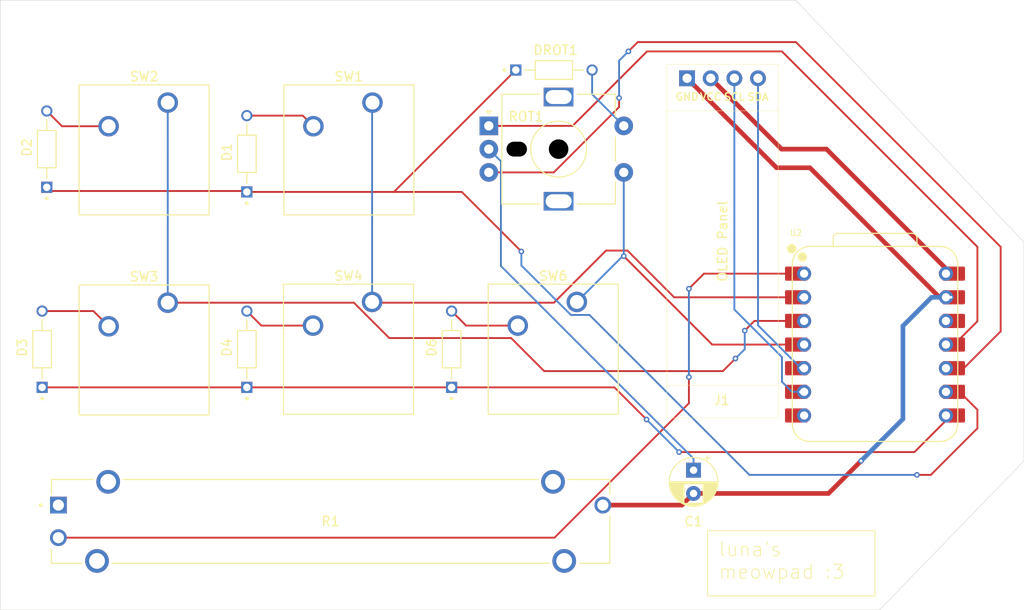
<source format=kicad_pcb>
(kicad_pcb (version 20240108) (generator "pcbnew") (generator_version "8.0")
  (layers (0 "F.Cu" signal) (31 "B.Cu" signal) (34 "B.Paste" user) (35 "F.Paste" user) (36 "B.SilkS" user "B.Silkscreen") (37 "F.SilkS" user "F.Silkscreen") (38 "B.Mask" user) (39 "F.Mask" user) (44 "Edge.Cuts" user))
  (net 0 "")
  (net 1 "GND")
  (net 2 "Net-(C1-Pad1)")
  (net 3 "ROW1")
  (net 4 "Net-(D1-PadA)")
  (net 5 "ROTARYS2")
  (net 6 "ROW2")
  (net 7 "Net-(D3-PadA)")
  (net 8 "Net-(D4-PadA)")
  (net 9 "Net-(D6-PadA)")
  (net 10 "SCL")
  (net 11 "SDA")
  (net 12 "VCC")
  (net 13 "Net-(D2-PadA)")
  (net 14 "COL1")
  (net 15 "COL2")
  (net 16 "ROTARYA")
  (net 17 "COL3")
  (net 18 "ROTARYB")
  (net 19 "SLIDER")
  (net 21 "+3.3V")
  (footprint "1N4148-T:DIOAD820W60L400D200" (layer "F.Cu") (at 162 71)
    (property "Reference" "DROT1" (at 0.175 -2.135 0) (layer "F.SilkS"))
    (property "Value" "1N4148-T")
    (fp_line (start -2 -1) (end 2 -1) (stroke (width 0.127)) (layer "F.SilkS"))
    (fp_line (start -2 0) (end -3.18 0) (stroke (width 0.127)) (layer "F.SilkS"))
    (fp_line (start -2 0) (end -2 -1) (stroke (width 0.127)) (layer "F.SilkS"))
    (fp_line (start -2 1) (end -2 0) (stroke (width 0.127)) (layer "F.SilkS"))
    (fp_line (start 2 -1) (end 2 0) (stroke (width 0.127)) (layer "F.SilkS"))
    (fp_line (start 2 0) (end 2 1) (stroke (width 0.127)) (layer "F.SilkS"))
    (fp_line (start 2 0) (end 3.18 0) (stroke (width 0.127)) (layer "F.SilkS"))
    (fp_line (start 2 1) (end -2 1) (stroke (width 0.127)) (layer "F.SilkS"))
    (fp_circle (center -5.3 0) (end -5.2 0) (stroke (width 0.2)) (fill none) (layer "F.SilkS"))
    (pad "A" thru_hole circle (at 4.1 0) (size 1.2 1.2) (drill 0.8) (layers "*.Cu" "*.Mask") (net 5 "ROTARYS2"))
    (pad "C" thru_hole rect (at -4.1 0) (size 1.2 1.2) (drill 0.8) (layers "*.Cu" "*.Mask") (net 3 "ROW1"))
  )
  (footprint "Button_Switch_Keyboard:SW_Cherry_MX_1.00u_PCB" (layer "F.Cu") (at 142.46 95.92)
    (property "Reference" "SW4" (at -2.54 -2.794 0) (layer "F.SilkS"))
    (property "Value" "SW_Push_45deg")
    (fp_line (start -9.525 -1.905) (end 4.445 -1.905) (stroke (width 0.12)) (layer "F.SilkS"))
    (fp_line (start -9.525 12.065) (end -9.525 -1.905) (stroke (width 0.12)) (layer "F.SilkS"))
    (fp_line (start 4.445 -1.905) (end 4.445 12.065) (stroke (width 0.12)) (layer "F.SilkS"))
    (fp_line (start 4.445 12.065) (end -9.525 12.065) (stroke (width 0.12)) (layer "F.SilkS"))
    (pad "" np_thru_hole circle (at -7.62 5.08) (size 1.7 1.7) (drill 1.7) (layers "*.Cu" "*.Mask"))
    (pad "" np_thru_hole circle (at -2.54 5.08) (size 4 4) (drill 4) (layers "*.Cu" "*.Mask"))
    (pad "" np_thru_hole circle (at 2.54 5.08) (size 1.7 1.7) (drill 1.7) (layers "*.Cu" "*.Mask"))
    (pad "1" thru_hole circle (at 0 0) (size 2.2 2.2) (drill 1.5) (layers "*.Cu" "*.Mask") (net 14 "COL1"))
    (pad "2" thru_hole circle (at -6.35 2.54) (size 2.2 2.2) (drill 1.5) (layers "*.Cu" "*.Mask") (net 8 "Net-(D4-PadA)"))
  )
  (footprint "Capacitor_THT:CP_Radial_D5.0mm_P2.50mm" (layer "F.Cu") (at 177 114 -90)
    (property "Reference" "C1" (at 5.5 0 180) (layer "F.SilkS"))
    (property "Value" "C_Small")
    (fp_line (start 1.49 1.04) (end 1.49 2.569) (stroke (width 0.12)) (layer "F.SilkS"))
    (fp_line (start 1.53 1.04) (end 1.53 2.565) (stroke (width 0.12)) (layer "F.SilkS"))
    (fp_line (start 1.57 1.04) (end 1.57 2.561) (stroke (width 0.12)) (layer "F.SilkS"))
    (fp_line (start 1.61 1.04) (end 1.61 2.556) (stroke (width 0.12)) (layer "F.SilkS"))
    (fp_line (start 1.65 1.04) (end 1.65 2.55) (stroke (width 0.12)) (layer "F.SilkS"))
    (fp_line (start 1.69 1.04) (end 1.69 2.543) (stroke (width 0.12)) (layer "F.SilkS"))
    (fp_line (start 1.73 1.04) (end 1.73 2.536) (stroke (width 0.12)) (layer "F.SilkS"))
    (fp_line (start 1.77 1.04) (end 1.77 2.528) (stroke (width 0.12)) (layer "F.SilkS"))
    (fp_line (start 1.81 1.04) (end 1.81 2.52) (stroke (width 0.12)) (layer "F.SilkS"))
    (fp_line (start 1.85 1.04) (end 1.85 2.511) (stroke (width 0.12)) (layer "F.SilkS"))
    (fp_line (start 1.89 1.04) (end 1.89 2.501) (stroke (width 0.12)) (layer "F.SilkS"))
    (fp_line (start 1.93 1.04) (end 1.93 2.491) (stroke (width 0.12)) (layer "F.SilkS"))
    (fp_line (start 1.971 1.04) (end 1.971 2.48) (stroke (width 0.12)) (layer "F.SilkS"))
    (fp_line (start 2.011 1.04) (end 2.011 2.468) (stroke (width 0.12)) (layer "F.SilkS"))
    (fp_line (start 2.051 1.04) (end 2.051 2.455) (stroke (width 0.12)) (layer "F.SilkS"))
    (fp_line (start 2.091 1.04) (end 2.091 2.442) (stroke (width 0.12)) (layer "F.SilkS"))
    (fp_line (start 2.131 1.04) (end 2.131 2.428) (stroke (width 0.12)) (layer "F.SilkS"))
    (fp_line (start 2.171 1.04) (end 2.171 2.414) (stroke (width 0.12)) (layer "F.SilkS"))
    (fp_line (start 2.211 1.04) (end 2.211 2.398) (stroke (width 0.12)) (layer "F.SilkS"))
    (fp_line (start 2.251 1.04) (end 2.251 2.382) (stroke (width 0.12)) (layer "F.SilkS"))
    (fp_line (start 2.291 1.04) (end 2.291 2.365) (stroke (width 0.12)) (layer "F.SilkS"))
    (fp_line (start 2.331 1.04) (end 2.331 2.348) (stroke (width 0.12)) (layer "F.SilkS"))
    (fp_line (start 2.371 1.04) (end 2.371 2.329) (stroke (width 0.12)) (layer "F.SilkS"))
    (fp_line (start 2.411 1.04) (end 2.411 2.31) (stroke (width 0.12)) (layer "F.SilkS"))
    (fp_line (start 2.451 1.04) (end 2.451 2.29) (stroke (width 0.12)) (layer "F.SilkS"))
    (fp_line (start 2.491 1.04) (end 2.491 2.268) (stroke (width 0.12)) (layer "F.SilkS"))
    (fp_line (start 2.531 1.04) (end 2.531 2.247) (stroke (width 0.12)) (layer "F.SilkS"))
    (fp_line (start 2.571 1.04) (end 2.571 2.224) (stroke (width 0.12)) (layer "F.SilkS"))
    (fp_line (start 2.611 1.04) (end 2.611 2.2) (stroke (width 0.12)) (layer "F.SilkS"))
    (fp_line (start 2.651 1.04) (end 2.651 2.175) (stroke (width 0.12)) (layer "F.SilkS"))
    (fp_line (start 2.691 1.04) (end 2.691 2.149) (stroke (width 0.12)) (layer "F.SilkS"))
    (fp_line (start 2.731 1.04) (end 2.731 2.122) (stroke (width 0.12)) (layer "F.SilkS"))
    (fp_line (start 2.771 1.04) (end 2.771 2.095) (stroke (width 0.12)) (layer "F.SilkS"))
    (fp_line (start 2.811 1.04) (end 2.811 2.065) (stroke (width 0.12)) (layer "F.SilkS"))
    (fp_line (start 2.851 1.04) (end 2.851 2.035) (stroke (width 0.12)) (layer "F.SilkS"))
    (fp_line (start 2.891 1.04) (end 2.891 2.004) (stroke (width 0.12)) (layer "F.SilkS"))
    (fp_line (start 2.931 1.04) (end 2.931 1.971) (stroke (width 0.12)) (layer "F.SilkS"))
    (fp_line (start 2.971 1.04) (end 2.971 1.937) (stroke (width 0.12)) (layer "F.SilkS"))
    (fp_line (start 3.011 1.04) (end 3.011 1.901) (stroke (width 0.12)) (layer "F.SilkS"))
    (fp_line (start 3.051 1.04) (end 3.051 1.864) (stroke (width 0.12)) (layer "F.SilkS"))
    (fp_line (start 3.091 1.04) (end 3.091 1.826) (stroke (width 0.12)) (layer "F.SilkS"))
    (fp_line (start 3.131 1.04) (end 3.131 1.785) (stroke (width 0.12)) (layer "F.SilkS"))
    (fp_line (start 3.171 1.04) (end 3.171 1.743) (stroke (width 0.12)) (layer "F.SilkS"))
    (fp_line (start 3.211 1.04) (end 3.211 1.699) (stroke (width 0.12)) (layer "F.SilkS"))
    (fp_line (start 3.251 1.04) (end 3.251 1.653) (stroke (width 0.12)) (layer "F.SilkS"))
    (fp_line (start 3.291 1.04) (end 3.291 1.605) (stroke (width 0.12)) (layer "F.SilkS"))
    (fp_line (start 3.331 1.04) (end 3.331 1.554) (stroke (width 0.12)) (layer "F.SilkS"))
    (fp_line (start 3.371 1.04) (end 3.371 1.5) (stroke (width 0.12)) (layer "F.SilkS"))
    (fp_line (start 3.411 1.04) (end 3.411 1.443) (stroke (width 0.12)) (layer "F.SilkS"))
    (fp_line (start 3.451 1.04) (end 3.451 1.383) (stroke (width 0.12)) (layer "F.SilkS"))
    (fp_line (start 3.491 1.04) (end 3.491 1.319) (stroke (width 0.12)) (layer "F.SilkS"))
    (fp_line (start 3.531 1.04) (end 3.531 1.251) (stroke (width 0.12)) (layer "F.SilkS"))
    (fp_line (start 3.851 -0.284) (end 3.851 0.284) (stroke (width 0.12)) (layer "F.SilkS"))
    (fp_line (start 3.811 -0.518) (end 3.811 0.518) (stroke (width 0.12)) (layer "F.SilkS"))
    (fp_line (start 3.771 -0.677) (end 3.771 0.677) (stroke (width 0.12)) (layer "F.SilkS"))
    (fp_line (start 3.731 -0.805) (end 3.731 0.805) (stroke (width 0.12)) (layer "F.SilkS"))
    (fp_line (start 3.691 -0.915) (end 3.691 0.915) (stroke (width 0.12)) (layer "F.SilkS"))
    (fp_line (start 3.651 -1.011) (end 3.651 1.011) (stroke (width 0.12)) (layer "F.SilkS"))
    (fp_line (start 3.611 -1.098) (end 3.611 1.098) (stroke (width 0.12)) (layer "F.SilkS"))
    (fp_line (start 3.571 -1.178) (end 3.571 1.178) (stroke (width 0.12)) (layer "F.SilkS"))
    (fp_line (start 3.531 -1.251) (end 3.531 -1.04) (stroke (width 0.12)) (layer "F.SilkS"))
    (fp_line (start 3.491 -1.319) (end 3.491 -1.04) (stroke (width 0.12)) (layer "F.SilkS"))
    (fp_line (start 3.451 -1.383) (end 3.451 -1.04) (stroke (width 0.12)) (layer "F.SilkS"))
    (fp_line (start 3.411 -1.443) (end 3.411 -1.04) (stroke (width 0.12)) (layer "F.SilkS"))
    (fp_line (start -1.554775 -1.475) (end -1.054775 -1.475) (stroke (width 0.12)) (layer "F.SilkS"))
    (fp_line (start 3.371 -1.5) (end 3.371 -1.04) (stroke (width 0.12)) (layer "F.SilkS"))
    (fp_line (start 3.331 -1.554) (end 3.331 -1.04) (stroke (width 0.12)) (layer "F.SilkS"))
    (fp_line (start 3.291 -1.605) (end 3.291 -1.04) (stroke (width 0.12)) (layer "F.SilkS"))
    (fp_line (start 3.251 -1.653) (end 3.251 -1.04) (stroke (width 0.12)) (layer "F.SilkS"))
    (fp_line (start 3.211 -1.699) (end 3.211 -1.04) (stroke (width 0.12)) (layer "F.SilkS"))
    (fp_line (start -1.304775 -1.725) (end -1.304775 -1.225) (stroke (width 0.12)) (layer "F.SilkS"))
    (fp_line (start 3.171 -1.743) (end 3.171 -1.04) (stroke (width 0.12)) (layer "F.SilkS"))
    (fp_line (start 3.131 -1.785) (end 3.131 -1.04) (stroke (width 0.12)) (layer "F.SilkS"))
    (fp_line (start 3.091 -1.826) (end 3.091 -1.04) (stroke (width 0.12)) (layer "F.SilkS"))
    (fp_line (start 3.051 -1.864) (end 3.051 -1.04) (stroke (width 0.12)) (layer "F.SilkS"))
    (fp_line (start 3.011 -1.901) (end 3.011 -1.04) (stroke (width 0.12)) (layer "F.SilkS"))
    (fp_line (start 2.971 -1.937) (end 2.971 -1.04) (stroke (width 0.12)) (layer "F.SilkS"))
    (fp_line (start 2.931 -1.971) (end 2.931 -1.04) (stroke (width 0.12)) (layer "F.SilkS"))
    (fp_line (start 2.891 -2.004) (end 2.891 -1.04) (stroke (width 0.12)) (layer "F.SilkS"))
    (fp_line (start 2.851 -2.035) (end 2.851 -1.04) (stroke (width 0.12)) (layer "F.SilkS"))
    (fp_line (start 2.811 -2.065) (end 2.811 -1.04) (stroke (width 0.12)) (layer "F.SilkS"))
    (fp_line (start 2.771 -2.095) (end 2.771 -1.04) (stroke (width 0.12)) (layer "F.SilkS"))
    (fp_line (start 2.731 -2.122) (end 2.731 -1.04) (stroke (width 0.12)) (layer "F.SilkS"))
    (fp_line (start 2.691 -2.149) (end 2.691 -1.04) (stroke (width 0.12)) (layer "F.SilkS"))
    (fp_line (start 2.651 -2.175) (end 2.651 -1.04) (stroke (width 0.12)) (layer "F.SilkS"))
    (fp_line (start 2.611 -2.2) (end 2.611 -1.04) (stroke (width 0.12)) (layer "F.SilkS"))
    (fp_line (start 2.571 -2.224) (end 2.571 -1.04) (stroke (width 0.12)) (layer "F.SilkS"))
    (fp_line (start 2.531 -2.247) (end 2.531 -1.04) (stroke (width 0.12)) (layer "F.SilkS"))
    (fp_line (start 2.491 -2.268) (end 2.491 -1.04) (stroke (width 0.12)) (layer "F.SilkS"))
    (fp_line (start 2.451 -2.29) (end 2.451 -1.04) (stroke (width 0.12)) (layer "F.SilkS"))
    (fp_line (start 2.411 -2.31) (end 2.411 -1.04) (stroke (width 0.12)) (layer "F.SilkS"))
    (fp_line (start 2.371 -2.329) (end 2.371 -1.04) (stroke (width 0.12)) (layer "F.SilkS"))
    (fp_line (start 2.331 -2.348) (end 2.331 -1.04) (stroke (width 0.12)) (layer "F.SilkS"))
    (fp_line (start 2.291 -2.365) (end 2.291 -1.04) (stroke (width 0.12)) (layer "F.SilkS"))
    (fp_line (start 2.251 -2.382) (end 2.251 -1.04) (stroke (width 0.12)) (layer "F.SilkS"))
    (fp_line (start 2.211 -2.398) (end 2.211 -1.04) (stroke (width 0.12)) (layer "F.SilkS"))
    (fp_line (start 2.171 -2.414) (end 2.171 -1.04) (stroke (width 0.12)) (layer "F.SilkS"))
    (fp_line (start 2.131 -2.428) (end 2.131 -1.04) (stroke (width 0.12)) (layer "F.SilkS"))
    (fp_line (start 2.091 -2.442) (end 2.091 -1.04) (stroke (width 0.12)) (layer "F.SilkS"))
    (fp_line (start 2.051 -2.455) (end 2.051 -1.04) (stroke (width 0.12)) (layer "F.SilkS"))
    (fp_line (start 2.011 -2.468) (end 2.011 -1.04) (stroke (width 0.12)) (layer "F.SilkS"))
    (fp_line (start 1.971 -2.48) (end 1.971 -1.04) (stroke (width 0.12)) (layer "F.SilkS"))
    (fp_line (start 1.93 -2.491) (end 1.93 -1.04) (stroke (width 0.12)) (layer "F.SilkS"))
    (fp_line (start 1.89 -2.501) (end 1.89 -1.04) (stroke (width 0.12)) (layer "F.SilkS"))
    (fp_line (start 1.85 -2.511) (end 1.85 -1.04) (stroke (width 0.12)) (layer "F.SilkS"))
    (fp_line (start 1.81 -2.52) (end 1.81 -1.04) (stroke (width 0.12)) (layer "F.SilkS"))
    (fp_line (start 1.77 -2.528) (end 1.77 -1.04) (stroke (width 0.12)) (layer "F.SilkS"))
    (fp_line (start 1.73 -2.536) (end 1.73 -1.04) (stroke (width 0.12)) (layer "F.SilkS"))
    (fp_line (start 1.69 -2.543) (end 1.69 -1.04) (stroke (width 0.12)) (layer "F.SilkS"))
    (fp_line (start 1.65 -2.55) (end 1.65 -1.04) (stroke (width 0.12)) (layer "F.SilkS"))
    (fp_line (start 1.61 -2.556) (end 1.61 -1.04) (stroke (width 0.12)) (layer "F.SilkS"))
    (fp_line (start 1.57 -2.561) (end 1.57 -1.04) (stroke (width 0.12)) (layer "F.SilkS"))
    (fp_line (start 1.53 -2.565) (end 1.53 -1.04) (stroke (width 0.12)) (layer "F.SilkS"))
    (fp_line (start 1.49 -2.569) (end 1.49 -1.04) (stroke (width 0.12)) (layer "F.SilkS"))
    (fp_line (start 1.45 -2.573) (end 1.45 2.573) (stroke (width 0.12)) (layer "F.SilkS"))
    (fp_line (start 1.41 -2.576) (end 1.41 2.576) (stroke (width 0.12)) (layer "F.SilkS"))
    (fp_line (start 1.37 -2.578) (end 1.37 2.578) (stroke (width 0.12)) (layer "F.SilkS"))
    (fp_line (start 1.33 -2.579) (end 1.33 2.579) (stroke (width 0.12)) (layer "F.SilkS"))
    (fp_line (start 1.25 -2.58) (end 1.25 2.58) (stroke (width 0.12)) (layer "F.SilkS"))
    (fp_line (start 1.29 -2.58) (end 1.29 2.58) (stroke (width 0.12)) (layer "F.SilkS"))
    (fp_circle (center 1.25 0) (end 3.87 0) (stroke (width 0.12)) (fill none) (layer "F.SilkS"))
    (pad "1" thru_hole rect (at 0 0 270) (size 1.6 1.6) (drill 0.8) (layers "*.Cu" "*.Mask") (net 2 "Net-(C1-Pad1)"))
    (pad "2" thru_hole circle (at 2.5 0 270) (size 1.6 1.6) (drill 0.8) (layers "*.Cu" "*.Mask") (net 1 "GND"))
  )
  (footprint "Button_Switch_Keyboard:SW_Cherry_MX_1.00u_PCB" (layer "F.Cu") (at 120.5 74.5)
    (property "Reference" "SW2" (at -2.54 -2.794 0) (layer "F.SilkS"))
    (property "Value" "SW_Push_45deg")
    (fp_line (start -9.525 -1.905) (end 4.445 -1.905) (stroke (width 0.12)) (layer "F.SilkS"))
    (fp_line (start -9.525 12.065) (end -9.525 -1.905) (stroke (width 0.12)) (layer "F.SilkS"))
    (fp_line (start 4.445 -1.905) (end 4.445 12.065) (stroke (width 0.12)) (layer "F.SilkS"))
    (fp_line (start 4.445 12.065) (end -9.525 12.065) (stroke (width 0.12)) (layer "F.SilkS"))
    (pad "" np_thru_hole circle (at -7.62 5.08) (size 1.7 1.7) (drill 1.7) (layers "*.Cu" "*.Mask"))
    (pad "" np_thru_hole circle (at -2.54 5.08) (size 4 4) (drill 4) (layers "*.Cu" "*.Mask"))
    (pad "" np_thru_hole circle (at 2.54 5.08) (size 1.7 1.7) (drill 1.7) (layers "*.Cu" "*.Mask"))
    (pad "1" thru_hole circle (at 0 0) (size 2.2 2.2) (drill 1.5) (layers "*.Cu" "*.Mask") (net 15 "COL2"))
    (pad "2" thru_hole circle (at -6.35 2.54) (size 2.2 2.2) (drill 1.5) (layers "*.Cu" "*.Mask") (net 13 "Net-(D2-PadA)"))
  )
  (footprint "oled:SSD1306-0.91-OLED-4pin-128x32" (layer "F.Cu") (at 174.115 108.385 90)
    (property "Reference" "J1" (at 1.9 5.91 0) (layer "F.SilkS"))
    (property "Value" "OLED_DISPLAY")
    (fp_line (start 38 0) (end 0 0) (stroke (width 0.04)) (layer "F.SilkS"))
    (fp_line (start 33 0) (end 33 12) (stroke (width 0.04)) (layer "F.SilkS"))
    (fp_line (start 3.5 0) (end 3.5 12) (stroke (width 0.04)) (layer "F.SilkS"))
    (fp_line (start 0 0) (end 0 12) (stroke (width 0.04)) (layer "F.SilkS"))
    (fp_line (start 38 12) (end 38 0) (stroke (width 0.04)) (layer "F.SilkS"))
    (fp_line (start 0 12) (end 38 12) (stroke (width 0.04)) (layer "F.SilkS"))
    (fp_text user "VCC" (at 34.5 4.73 0) (layer "F.SilkS") (effects (font (size 0.8 0.8))))
    (fp_text user "OLED Panel" (at 19 6 90) (layer "F.SilkS"))
    (fp_text user "GND" (at 34.5 2.19 0) (layer "F.SilkS") (effects (font (size 0.8 0.8))))
    (fp_text user "SDA" (at 34.5 9.81 0) (layer "F.SilkS") (effects (font (size 0.8 0.8))))
    (fp_text user "SCL" (at 34.5 7.27 0) (layer "F.SilkS") (effects (font (size 0.8 0.8))))
    (pad "1" thru_hole rect (at 36.5 2.19 90) (size 1.7 1.7) (drill 1) (layers "*.Cu" "*.Mask") (net 1 "GND"))
    (pad "2" thru_hole oval (at 36.5 4.73 90) (size 1.7 1.7) (drill 1) (layers "*.Cu" "*.Mask") (net 12 "VCC"))
    (pad "3" thru_hole oval (at 36.5 7.27 90) (size 1.7 1.7) (drill 1) (layers "*.Cu" "*.Mask") (net 10 "SCL"))
    (pad "4" thru_hole oval (at 36.5 9.81 90) (size 1.7 1.7) (drill 1) (layers "*.Cu" "*.Mask") (net 11 "SDA"))
  )
  (footprint "1N4148-T:DIOAD820W60L400D200" (layer "F.Cu") (at 129 80 90)
    (property "Reference" "D1" (at 0.175 -2.135 90) (layer "F.SilkS"))
    (property "Value" "1N4148-T")
    (fp_line (start 2 -1) (end 2 0) (stroke (width 0.127)) (layer "F.SilkS"))
    (fp_line (start -2 -1) (end 2 -1) (stroke (width 0.127)) (layer "F.SilkS"))
    (fp_line (start 2 0) (end 3.18 0) (stroke (width 0.127)) (layer "F.SilkS"))
    (fp_line (start 2 0) (end 2 1) (stroke (width 0.127)) (layer "F.SilkS"))
    (fp_line (start -2 0) (end -2 -1) (stroke (width 0.127)) (layer "F.SilkS"))
    (fp_line (start -2 0) (end -3.18 0) (stroke (width 0.127)) (layer "F.SilkS"))
    (fp_line (start 2 1) (end -2 1) (stroke (width 0.127)) (layer "F.SilkS"))
    (fp_line (start -2 1) (end -2 0) (stroke (width 0.127)) (layer "F.SilkS"))
    (fp_circle (center -5.3 0) (end -5.2 0) (stroke (width 0.2)) (fill none) (layer "F.SilkS"))
    (pad "A" thru_hole circle (at 4.1 0 90) (size 1.2 1.2) (drill 0.8) (layers "*.Cu" "*.Mask") (net 4 "Net-(D1-PadA)"))
    (pad "C" thru_hole rect (at -4.1 0 90) (size 1.2 1.2) (drill 0.8) (layers "*.Cu" "*.Mask") (net 3 "ROW1"))
  )
  (footprint "PTA4543-2015DPB103:TRIM_PTA4543-2015DPB103" (layer "F.Cu") (at 138 119.5)
    (property "Reference" "R1" (at 0 0 0) (layer "F.SilkS"))
    (property "Value" "PTA4543-2015DPB103")
    (fp_line (start -30 -4.5) (end -30 -2.97) (stroke (width 0.127)) (layer "F.SilkS"))
    (fp_line (start -30 -4.5) (end -25.495 -4.5) (stroke (width 0.127)) (layer "F.SilkS"))
    (fp_line (start -30 4.5) (end -30 2.97) (stroke (width 0.127)) (layer "F.SilkS"))
    (fp_line (start -30 4.5) (end -26.695 4.5) (stroke (width 0.127)) (layer "F.SilkS"))
    (fp_line (start -23.505 4.5) (end 23.505 4.5) (stroke (width 0.127)) (layer "F.SilkS"))
    (fp_line (start -22.305 -4.5) (end 22.305 -4.5) (stroke (width 0.127)) (layer "F.SilkS"))
    (fp_line (start 25.495 -4.5) (end 30 -4.5) (stroke (width 0.127)) (layer "F.SilkS"))
    (fp_line (start 26.695 4.5) (end 30 4.5) (stroke (width 0.127)) (layer "F.SilkS"))
    (fp_line (start 30 -4.5) (end 30 -2.97) (stroke (width 0.127)) (layer "F.SilkS"))
    (fp_line (start 30 4.5) (end 30 -0.53) (stroke (width 0.127)) (layer "F.SilkS"))
    (fp_circle (center -31.15 -1.75) (end -31.05 -1.75) (stroke (width 0.2)) (fill none) (layer "F.SilkS"))
    (pad "1" thru_hole rect (at -29.25 -1.75) (size 1.8 1.8) (drill 1.2) (layers "*.Cu" "*.Mask") (net 21 "+3.3V"))
    (pad "2" thru_hole circle (at -29.25 1.75) (size 1.8 1.8) (drill 1.2) (layers "*.Cu" "*.Mask") (net 19 "SLIDER"))
    (pad "3" thru_hole circle (at 29.25 -1.75) (size 1.8 1.8) (drill 1.2) (layers "*.Cu" "*.Mask") (net 1 "GND"))
    (pad "S1" thru_hole circle (at -23.9 -4.25) (size 2.55 2.55) (drill 1.7) (layers "*.Cu" "*.Mask"))
    (pad "S2" thru_hole circle (at -25.1 4.25) (size 2.55 2.55) (drill 1.7) (layers "*.Cu" "*.Mask"))
    (pad "S3" thru_hole circle (at 23.9 -4.25) (size 2.55 2.55) (drill 1.7) (layers "*.Cu" "*.Mask"))
    (pad "S4" thru_hole circle (at 25.1 4.25) (size 2.55 2.55) (drill 1.7) (layers "*.Cu" "*.Mask"))
  )
  (footprint "Button_Switch_Keyboard:SW_Cherry_MX_1.00u_PCB" (layer "F.Cu") (at 164.46 95.92)
    (property "Reference" "SW6" (at -2.54 -2.794 0) (layer "F.SilkS"))
    (property "Value" "SW_Push_45deg")
    (fp_line (start -9.525 -1.905) (end 4.445 -1.905) (stroke (width 0.12)) (layer "F.SilkS"))
    (fp_line (start -9.525 12.065) (end -9.525 -1.905) (stroke (width 0.12)) (layer "F.SilkS"))
    (fp_line (start 4.445 -1.905) (end 4.445 12.065) (stroke (width 0.12)) (layer "F.SilkS"))
    (fp_line (start 4.445 12.065) (end -9.525 12.065) (stroke (width 0.12)) (layer "F.SilkS"))
    (pad "" np_thru_hole circle (at -7.62 5.08) (size 1.7 1.7) (drill 1.7) (layers "*.Cu" "*.Mask"))
    (pad "" np_thru_hole circle (at -2.54 5.08) (size 4 4) (drill 4) (layers "*.Cu" "*.Mask"))
    (pad "" np_thru_hole circle (at 2.54 5.08) (size 1.7 1.7) (drill 1.7) (layers "*.Cu" "*.Mask"))
    (pad "1" thru_hole circle (at 0 0) (size 2.2 2.2) (drill 1.5) (layers "*.Cu" "*.Mask") (net 17 "COL3"))
    (pad "2" thru_hole circle (at -6.35 2.54) (size 2.2 2.2) (drill 1.5) (layers "*.Cu" "*.Mask") (net 9 "Net-(D6-PadA)"))
  )
  (footprint "1N4148-T:DIOAD820W60L400D200" (layer "F.Cu") (at 151 101 90)
    (property "Reference" "D6" (at 0.175 -2.135 90) (layer "F.SilkS"))
    (property "Value" "1N4148-T")
    (fp_line (start 2 -1) (end 2 0) (stroke (width 0.127)) (layer "F.SilkS"))
    (fp_line (start -2 -1) (end 2 -1) (stroke (width 0.127)) (layer "F.SilkS"))
    (fp_line (start 2 0) (end 3.18 0) (stroke (width 0.127)) (layer "F.SilkS"))
    (fp_line (start 2 0) (end 2 1) (stroke (width 0.127)) (layer "F.SilkS"))
    (fp_line (start -2 0) (end -2 -1) (stroke (width 0.127)) (layer "F.SilkS"))
    (fp_line (start -2 0) (end -3.18 0) (stroke (width 0.127)) (layer "F.SilkS"))
    (fp_line (start 2 1) (end -2 1) (stroke (width 0.127)) (layer "F.SilkS"))
    (fp_line (start -2 1) (end -2 0) (stroke (width 0.127)) (layer "F.SilkS"))
    (fp_circle (center -5.3 0) (end -5.2 0) (stroke (width 0.2)) (fill none) (layer "F.SilkS"))
    (pad "A" thru_hole circle (at 4.1 0 90) (size 1.2 1.2) (drill 0.8) (layers "*.Cu" "*.Mask") (net 9 "Net-(D6-PadA)"))
    (pad "C" thru_hole rect (at -4.1 0 90) (size 1.2 1.2) (drill 0.8) (layers "*.Cu" "*.Mask") (net 6 "ROW2"))
  )
  (footprint "Rotary_Encoder:RotaryEncoder_Alps_EC11E-Switch_Vertical_H20mm_MountingHoles" (layer "F.Cu") (at 155 77)
    (property "Reference" "ROT1" (at 4 -1 180) (layer "F.SilkS"))
    (property "Value" "RotaryEncoder_Switch")
    (fp_line (start -0.3 -1.6) (end 0.3 -1.6) (stroke (width 0.12)) (layer "F.SilkS"))
    (fp_line (start 0 -1.3) (end -0.3 -1.6) (stroke (width 0.12)) (layer "F.SilkS"))
    (fp_line (start 0.3 -1.6) (end 0 -1.3) (stroke (width 0.12)) (layer "F.SilkS"))
    (fp_line (start 1.4 -3.4) (end 1.4 8.4) (stroke (width 0.12)) (layer "F.SilkS"))
    (fp_line (start 5.5 -3.4) (end 1.4 -3.4) (stroke (width 0.12)) (layer "F.SilkS"))
    (fp_line (start 5.5 8.4) (end 1.4 8.4) (stroke (width 0.12)) (layer "F.SilkS"))
    (fp_line (start 9.5 -3.4) (end 13.6 -3.4) (stroke (width 0.12)) (layer "F.SilkS"))
    (fp_line (start 13.6 -3.4) (end 13.6 -1) (stroke (width 0.12)) (layer "F.SilkS"))
    (fp_line (start 13.6 1.2) (end 13.6 3.8) (stroke (width 0.12)) (layer "F.SilkS"))
    (fp_line (start 13.6 6) (end 13.6 8.4) (stroke (width 0.12)) (layer "F.SilkS"))
    (fp_line (start 13.6 8.4) (end 9.5 8.4) (stroke (width 0.12)) (layer "F.SilkS"))
    (fp_circle (center 7.5 2.5) (end 10.5 2.5) (stroke (width 0.12)) (fill none) (layer "F.SilkS"))
    (pad "" np_thru_hole oval (at 3 2.5) (size 2.2 1.6) (drill oval 2.2 1.6) (layers "*.Mask"))
    (pad "" np_thru_hole circle (at 7.5 2.5) (size 2.1 2.1) (drill 2.1) (layers "*.Mask"))
    (pad "A" thru_hole rect (at 0 0) (size 2 2) (drill 1) (layers "*.Cu" "*.Mask") (net 16 "ROTARYA"))
    (pad "B" thru_hole circle (at 0 5) (size 2 2) (drill 1) (layers "*.Cu" "*.Mask") (net 18 "ROTARYB"))
    (pad "C" thru_hole circle (at 0 2.5) (size 2 2) (drill 1) (layers "*.Cu" "*.Mask") (net 2 "Net-(C1-Pad1)"))
    (pad "MP" thru_hole rect (at 7.5 -3.1) (size 3.2 2) (drill oval 2.8 1.5) (layers "*.Cu" "*.Mask"))
    (pad "MP" thru_hole rect (at 7.5 8.1) (size 3.2 2) (drill oval 2.8 1.5) (layers "*.Cu" "*.Mask"))
    (pad "S1" thru_hole circle (at 14.5 5) (size 2 2) (drill 1) (layers "*.Cu" "*.Mask") (net 17 "COL3"))
    (pad "S2" thru_hole circle (at 14.5 0) (size 2 2) (drill 1) (layers "*.Cu" "*.Mask") (net 5 "ROTARYS2"))
  )
  (footprint "1N4148-T:DIOAD820W60L400D200" (layer "F.Cu") (at 107 101 90)
    (property "Reference" "D3" (at 0.175 -2.135 90) (layer "F.SilkS"))
    (property "Value" "1N4148-T")
    (fp_line (start 2 -1) (end 2 0) (stroke (width 0.127)) (layer "F.SilkS"))
    (fp_line (start -2 -1) (end 2 -1) (stroke (width 0.127)) (layer "F.SilkS"))
    (fp_line (start 2 0) (end 3.18 0) (stroke (width 0.127)) (layer "F.SilkS"))
    (fp_line (start 2 0) (end 2 1) (stroke (width 0.127)) (layer "F.SilkS"))
    (fp_line (start -2 0) (end -2 -1) (stroke (width 0.127)) (layer "F.SilkS"))
    (fp_line (start -2 0) (end -3.18 0) (stroke (width 0.127)) (layer "F.SilkS"))
    (fp_line (start 2 1) (end -2 1) (stroke (width 0.127)) (layer "F.SilkS"))
    (fp_line (start -2 1) (end -2 0) (stroke (width 0.127)) (layer "F.SilkS"))
    (fp_circle (center -5.3 0) (end -5.2 0) (stroke (width 0.2)) (fill none) (layer "F.SilkS"))
    (pad "A" thru_hole circle (at 4.1 0 90) (size 1.2 1.2) (drill 0.8) (layers "*.Cu" "*.Mask") (net 7 "Net-(D3-PadA)"))
    (pad "C" thru_hole rect (at -4.1 0 90) (size 1.2 1.2) (drill 0.8) (layers "*.Cu" "*.Mask") (net 6 "ROW2"))
  )
  (footprint "1N4148-T:DIOAD820W60L400D200" (layer "F.Cu") (at 129 101 90)
    (property "Reference" "D4" (at 0.175 -2.135 90) (layer "F.SilkS"))
    (property "Value" "1N4148-T")
    (fp_line (start 2 -1) (end 2 0) (stroke (width 0.127)) (layer "F.SilkS"))
    (fp_line (start -2 -1) (end 2 -1) (stroke (width 0.127)) (layer "F.SilkS"))
    (fp_line (start 2 0) (end 3.18 0) (stroke (width 0.127)) (layer "F.SilkS"))
    (fp_line (start 2 0) (end 2 1) (stroke (width 0.127)) (layer "F.SilkS"))
    (fp_line (start -2 0) (end -2 -1) (stroke (width 0.127)) (layer "F.SilkS"))
    (fp_line (start -2 0) (end -3.18 0) (stroke (width 0.127)) (layer "F.SilkS"))
    (fp_line (start 2 1) (end -2 1) (stroke (width 0.127)) (layer "F.SilkS"))
    (fp_line (start -2 1) (end -2 0) (stroke (width 0.127)) (layer "F.SilkS"))
    (fp_circle (center -5.3 0) (end -5.2 0) (stroke (width 0.2)) (fill none) (layer "F.SilkS"))
    (pad "A" thru_hole circle (at 4.1 0 90) (size 1.2 1.2) (drill 0.8) (layers "*.Cu" "*.Mask") (net 8 "Net-(D4-PadA)"))
    (pad "C" thru_hole rect (at -4.1 0 90) (size 1.2 1.2) (drill 0.8) (layers "*.Cu" "*.Mask") (net 6 "ROW2"))
  )
  (footprint "Button_Switch_Keyboard:SW_Cherry_MX_1.00u_PCB" (layer "F.Cu") (at 142.5 74.5)
    (property "Reference" "SW1" (at -2.54 -2.794 0) (layer "F.SilkS"))
    (property "Value" "SW_Push_45deg")
    (fp_line (start -9.525 -1.905) (end 4.445 -1.905) (stroke (width 0.12)) (layer "F.SilkS"))
    (fp_line (start -9.525 12.065) (end -9.525 -1.905) (stroke (width 0.12)) (layer "F.SilkS"))
    (fp_line (start 4.445 -1.905) (end 4.445 12.065) (stroke (width 0.12)) (layer "F.SilkS"))
    (fp_line (start 4.445 12.065) (end -9.525 12.065) (stroke (width 0.12)) (layer "F.SilkS"))
    (pad "" np_thru_hole circle (at -7.62 5.08) (size 1.7 1.7) (drill 1.7) (layers "*.Cu" "*.Mask"))
    (pad "" np_thru_hole circle (at -2.54 5.08) (size 4 4) (drill 4) (layers "*.Cu" "*.Mask"))
    (pad "" np_thru_hole circle (at 2.54 5.08) (size 1.7 1.7) (drill 1.7) (layers "*.Cu" "*.Mask"))
    (pad "1" thru_hole circle (at 0 0) (size 2.2 2.2) (drill 1.5) (layers "*.Cu" "*.Mask") (net 14 "COL1"))
    (pad "2" thru_hole circle (at -6.35 2.54) (size 2.2 2.2) (drill 1.5) (layers "*.Cu" "*.Mask") (net 4 "Net-(D1-PadA)"))
  )
  (footprint "Button_Switch_Keyboard:SW_Cherry_MX_1.00u_PCB" (layer "F.Cu") (at 120.5 96)
    (property "Reference" "SW3" (at -2.54 -2.794 0) (layer "F.SilkS"))
    (property "Value" "SW_Push_45deg")
    (fp_line (start -9.525 -1.905) (end 4.445 -1.905) (stroke (width 0.12)) (layer "F.SilkS"))
    (fp_line (start -9.525 12.065) (end -9.525 -1.905) (stroke (width 0.12)) (layer "F.SilkS"))
    (fp_line (start 4.445 -1.905) (end 4.445 12.065) (stroke (width 0.12)) (layer "F.SilkS"))
    (fp_line (start 4.445 12.065) (end -9.525 12.065) (stroke (width 0.12)) (layer "F.SilkS"))
    (pad "" np_thru_hole circle (at -7.62 5.08) (size 1.7 1.7) (drill 1.7) (layers "*.Cu" "*.Mask"))
    (pad "" np_thru_hole circle (at -2.54 5.08) (size 4 4) (drill 4) (layers "*.Cu" "*.Mask"))
    (pad "" np_thru_hole circle (at 2.54 5.08) (size 1.7 1.7) (drill 1.7) (layers "*.Cu" "*.Mask"))
    (pad "1" thru_hole circle (at 0 0) (size 2.2 2.2) (drill 1.5) (layers "*.Cu" "*.Mask") (net 15 "COL2"))
    (pad "2" thru_hole circle (at -6.35 2.54) (size 2.2 2.2) (drill 1.5) (layers "*.Cu" "*.Mask") (net 7 "Net-(D3-PadA)"))
  )
  (footprint "1N4148-T:DIOAD820W60L400D200" (layer "F.Cu") (at 107.5 79.5 90)
    (property "Reference" "D2" (at 0.175 -2.135 90) (layer "F.SilkS"))
    (property "Value" "1N4148-T")
    (fp_line (start 2 -1) (end 2 0) (stroke (width 0.127)) (layer "F.SilkS"))
    (fp_line (start -2 -1) (end 2 -1) (stroke (width 0.127)) (layer "F.SilkS"))
    (fp_line (start 2 0) (end 3.18 0) (stroke (width 0.127)) (layer "F.SilkS"))
    (fp_line (start 2 0) (end 2 1) (stroke (width 0.127)) (layer "F.SilkS"))
    (fp_line (start -2 0) (end -2 -1) (stroke (width 0.127)) (layer "F.SilkS"))
    (fp_line (start -2 0) (end -3.18 0) (stroke (width 0.127)) (layer "F.SilkS"))
    (fp_line (start 2 1) (end -2 1) (stroke (width 0.127)) (layer "F.SilkS"))
    (fp_line (start -2 1) (end -2 0) (stroke (width 0.127)) (layer "F.SilkS"))
    (fp_circle (center -5.3 0) (end -5.2 0) (stroke (width 0.2)) (fill none) (layer "F.SilkS"))
    (pad "A" thru_hole circle (at 4.1 0 90) (size 1.2 1.2) (drill 0.8) (layers "*.Cu" "*.Mask") (net 13 "Net-(D2-PadA)"))
    (pad "C" thru_hole rect (at -4.1 0 90) (size 1.2 1.2) (drill 0.8) (layers "*.Cu" "*.Mask") (net 3 "ROW1"))
  )
  (footprint "Seeed Studio XIAO Series Library:XIAO-RP2040-DIP" (layer "F.Cu") (at 196.5 100.5)
    (property "Reference" "U2" (at -8.5 -12 0) (layer "F.SilkS") (effects (font (size 0.635 0.635) (thickness 0.1016))))
    (property "Value" "XIAO HERE!!")
    (fp_line (start -8.89 8.509) (end -8.89 -8.636) (stroke (width 0.127)) (layer "F.SilkS"))
    (fp_line (start -6.985 10.414) (end 6.985 10.414) (stroke (width 0.127)) (layer "F.SilkS"))
    (fp_line (start -4.495 -10.541) (end -4.491272 -11.451272) (stroke (width 0.127)) (layer "F.SilkS"))
    (fp_line (start -3.991272 -11.951) (end 4.004 -11.951) (stroke (width 0.127)) (layer "F.SilkS"))
    (fp_line (start 4.504 -11.451) (end 4.504 -10.541) (stroke (width 0.127)) (layer "F.SilkS"))
    (fp_line (start 6.985 -10.541) (end -6.985 -10.541) (stroke (width 0.1)) (layer "F.SilkS"))
    (fp_line (start 6.985 -10.541) (end -6.985 -10.541) (stroke (width 0.127)) (layer "F.SilkS"))
    (fp_line (start 8.89 8.509) (end 8.89 -8.636) (stroke (width 0.127)) (layer "F.SilkS"))
    (fp_arc (start -8.89 -8.636) (mid -8.332038 -9.983038) (end -6.985 -10.541) (stroke (width 0.127)) (layer "F.SilkS"))
    (fp_arc (start -6.985 10.414) (mid -8.332038 9.856038) (end -8.89 8.509) (stroke (width 0.127)) (layer "F.SilkS"))
    (fp_arc (start -4.491272 -11.451272) (mid -4.344724 -11.804644) (end -3.991272 -11.951) (stroke (width 0.127)) (layer "F.SilkS"))
    (fp_arc (start 4.004 -11.951) (mid 4.357553 -11.804553) (end 4.504 -11.451) (stroke (width 0.127)) (layer "F.SilkS"))
    (fp_arc (start 6.985 -10.541) (mid 8.332038 -9.983038) (end 8.89 -8.636) (stroke (width 0.127)) (layer "F.SilkS"))
    (fp_arc (start 8.89 8.509) (mid 8.332038 9.856038) (end 6.985 10.414) (stroke (width 0.127)) (layer "F.SilkS"))
    (fp_circle (center -8.95 -10.3) (end -8.95 -10.554) (stroke (width 0.5)) (fill solid) (layer "F.SilkS"))
    (fp_circle (center -7.807 -9.42) (end -7.807 -9.674) (stroke (width 0.5)) (fill solid) (layer "F.SilkS"))
    (pad "1" smd roundrect (at -8.455 -7.62 180) (size 2.432 1.524) (layers "F.Cu" "F.Mask") (roundrect_rratio 0.1) (net 19 "SLIDER"))
    (pad "1" thru_hole circle (at -7.62 -7.62 180) (size 1.524 1.524) (drill 0.889) (layers "*.Cu" "*.Mask") (net 19 "SLIDER"))
    (pad "2" smd roundrect (at -8.455 -5.08 180) (size 2.432 1.524) (layers "F.Cu" "F.Mask") (roundrect_rratio 0.1) (net 14 "COL1"))
    (pad "2" thru_hole circle (at -7.62 -5.08 180) (size 1.524 1.524) (drill 0.889) (layers "*.Cu" "*.Mask") (net 14 "COL1"))
    (pad "3" smd roundrect (at -8.455 -2.54 180) (size 2.432 1.524) (layers "F.Cu" "F.Mask") (roundrect_rratio 0.1) (net 15 "COL2"))
    (pad "3" thru_hole circle (at -7.62 -2.54 180) (size 1.524 1.524) (drill 0.889) (layers "*.Cu" "*.Mask") (net 15 "COL2"))
    (pad "4" smd roundrect (at -8.455 0 180) (size 2.432 1.524) (layers "F.Cu" "F.Mask") (roundrect_rratio 0.1) (net 17 "COL3"))
    (pad "4" thru_hole circle (at -7.62 0 180) (size 1.524 1.524) (drill 0.889) (layers "*.Cu" "*.Mask") (net 17 "COL3"))
    (pad "5" smd roundrect (at -8.455 2.54 180) (size 2.432 1.524) (layers "F.Cu" "F.Mask") (roundrect_rratio 0.1) (net 11 "SDA"))
    (pad "5" thru_hole circle (at -7.62 2.54 180) (size 1.524 1.524) (drill 0.889) (layers "*.Cu" "*.Mask") (net 11 "SDA"))
    (pad "6" smd roundrect (at -8.455 5.08 180) (size 2.432 1.524) (layers "F.Cu" "F.Mask") (roundrect_rratio 0.1) (net 10 "SCL"))
    (pad "6" thru_hole circle (at -7.62 5.08 180) (size 1.524 1.524) (drill 0.889) (layers "*.Cu" "*.Mask") (net 10 "SCL"))
    (pad "7" smd roundrect (at -8.455 7.62 180) (size 2.432 1.524) (layers "F.Cu" "F.Mask") (roundrect_rratio 0.1))
    (pad "7" thru_hole circle (at -7.62 7.62 180) (size 1.524 1.524) (drill 0.889) (layers "*.Cu" "*.Mask"))
    (pad "8" thru_hole circle (at 7.62 7.62) (size 1.524 1.524) (drill 0.889) (layers "*.Cu" "*.Mask") (net 6 "ROW2"))
    (pad "8" smd roundrect (at 8.455 7.62) (size 2.432 1.524) (layers "F.Cu" "F.Mask") (roundrect_rratio 0.1) (net 6 "ROW2"))
    (pad "9" thru_hole circle (at 7.62 5.08) (size 1.524 1.524) (drill 0.889) (layers "*.Cu" "*.Mask") (net 3 "ROW1"))
    (pad "9" smd roundrect (at 8.455 5.08) (size 2.432 1.524) (layers "F.Cu" "F.Mask") (roundrect_rratio 0.1) (net 3 "ROW1"))
    (pad "10" thru_hole circle (at 7.62 2.54) (size 1.524 1.524) (drill 0.889) (layers "*.Cu" "*.Mask") (net 18 "ROTARYB"))
    (pad "10" smd roundrect (at 8.455 2.54) (size 2.432 1.524) (layers "F.Cu" "F.Mask") (roundrect_rratio 0.1) (net 18 "ROTARYB"))
    (pad "11" thru_hole circle (at 7.62 0) (size 1.524 1.524) (drill 0.889) (layers "*.Cu" "*.Mask") (net 16 "ROTARYA"))
    (pad "11" smd roundrect (at 8.455 0) (size 2.432 1.524) (layers "F.Cu" "F.Mask") (roundrect_rratio 0.1) (net 16 "ROTARYA"))
    (pad "12" thru_hole circle (at 7.62 -2.54) (size 1.524 1.524) (drill 0.889) (layers "*.Cu" "*.Mask"))
    (pad "12" smd roundrect (at 8.455 -2.54) (size 2.432 1.524) (layers "F.Cu" "F.Mask") (roundrect_rratio 0.1))
    (pad "13" thru_hole circle (at 7.62 -5.08) (size 1.524 1.524) (drill 0.889) (layers "*.Cu" "*.Mask") (net 1 "GND"))
    (pad "13" smd roundrect (at 8.455 -5.08) (size 2.432 1.524) (layers "F.Cu" "F.Mask") (roundrect_rratio 0.1) (net 1 "GND"))
    (pad "14" thru_hole circle (at 7.62 -7.62) (size 1.524 1.524) (drill 0.889) (layers "*.Cu" "*.Mask") (net 12 "VCC"))
    (pad "14" smd roundrect (at 8.455 -7.62) (size 2.432 1.524) (layers "F.Cu" "F.Mask") (roundrect_rratio 0.1) (net 12 "VCC"))
  )
  (gr_poly (pts (xy 102.5 63.5) (xy 188 63.5) (xy 212.5 89.5) (xy 212.5 113) (xy 197 129) (xy 169.5 129) (xy 102.5 129)) (stroke (width 0.05)) (fill none) (layer "Edge.Cuts"))
  (gr_text_box "luna's meowpad :3" (start 178.5 120.5) (end 196.5 127.5) (layer "F.SilkS") (effects (font (size 1.5 1.5) (thickness 0.1)) (justify left top)) (border yes) (stroke (width 0.1)))
  (segment (start 204.665 95.42) (end 204.665 95.665) (width 0.5) (layer "F.Cu") (net 1))
  (segment (start 191.5 116.5) (end 195 113) (width 0.5) (layer "F.Cu") (net 1))
  (segment (start 204.42 95.42) (end 204.665 95.42) (width 0.5) (layer "F.Cu") (net 1))
  (segment (start 189.5 81.5) (end 203.42 95.42) (width 0.5) (layer "F.Cu") (net 1))
  (segment (start 204.665 95.665) (end 204.42 95.42) (width 0.5) (layer "F.Cu") (net 1))
  (segment (start 185.92 81.5) (end 189.5 81.5) (width 0.5) (layer "F.Cu") (net 1))
  (segment (start 167.25 117.75) (end 175.75 117.75) (width 0.5) (layer "F.Cu") (net 1))
  (segment (start 177 116.5) (end 191.5 116.5) (width 0.5) (layer "F.Cu") (net 1))
  (segment (start 175.75 117.75) (end 177 116.5) (width 0.5) (layer "F.Cu") (net 1))
  (segment (start 203.42 95.42) (end 204.665 95.42) (width 0.2) (layer "F.Cu") (net 1))
  (segment (start 176.305 71.885) (end 185.92 81.5) (width 0.5) (layer "F.Cu") (net 1))
  (via (at 204.665 95.42) (size 0.6) (drill 0.3) (layers "F.Cu" "B.Cu") (net 1))
  (via (at 195 113) (size 0.6) (drill 0.3) (layers "F.Cu" "B.Cu") (net 1))
  (segment (start 199.5 98.5) (end 202.58 95.42) (width 0.5) (layer "B.Cu") (net 1))
  (segment (start 202.58 95.42) (end 204.665 95.42) (width 0.5) (layer "B.Cu") (net 1))
  (segment (start 199.5 108.5) (end 199.5 98.5) (width 0.5) (layer "B.Cu") (net 1))
  (segment (start 195 113) (end 199.5 108.5) (width 0.5) (layer "B.Cu") (net 1))
  (segment (start 176.305 71.885) (end 176.385 71.885) (width 0.2) (layer "B.Cu") (net 1))
  (segment (start 156.3 92.056598) (end 177 112.756598) (width 0.2) (layer "B.Cu") (net 2))
  (segment (start 156.3 80.8) (end 156.3 92.056598) (width 0.2) (layer "B.Cu") (net 2))
  (segment (start 177 112.756598) (end 177 114) (width 0.2) (layer "B.Cu") (net 2))
  (segment (start 155 79.5) (end 156.3 80.8) (width 0.2) (layer "B.Cu") (net 2))
  (segment (start 152.1 84.1) (end 144.8 84.1) (width 0.2) (layer "F.Cu") (net 3))
  (segment (start 202.5 114.5) (end 207.5 109.5) (width 0.2) (layer "F.Cu") (net 3))
  (segment (start 107.9 84) (end 107.5 83.6) (width 0.2) (layer "F.Cu") (net 3))
  (segment (start 207.5 109.5) (end 207.5 107.5) (width 0.2) (layer "F.Cu") (net 3))
  (segment (start 201 114.5) (end 202.5 114.5) (width 0.2) (layer "F.Cu") (net 3))
  (segment (start 144.8 84.1) (end 157.9 71) (width 0.2) (layer "F.Cu") (net 3))
  (segment (start 128.9 84) (end 107.9 84) (width 0.2) (layer "F.Cu") (net 3))
  (segment (start 158.5 90.5) (end 152.1 84.1) (width 0.2) (layer "F.Cu") (net 3))
  (segment (start 129 84.1) (end 144.8 84.1) (width 0.2) (layer "F.Cu") (net 3))
  (segment (start 207.5 107.5) (end 205.58 105.58) (width 0.2) (layer "F.Cu") (net 3))
  (via (at 158.5 90.5) (size 0.6) (drill 0.3) (layers "F.Cu" "B.Cu") (net 3))
  (via (at 201 114.5) (size 0.6) (drill 0.3) (layers "F.Cu" "B.Cu") (net 3))
  (segment (start 165.82 97.32) (end 163.82 97.32) (width 0.2) (layer "B.Cu") (net 3))
  (segment (start 163.82 97.32) (end 158.5 92) (width 0.2) (layer "B.Cu") (net 3))
  (segment (start 183 114.5) (end 165.82 97.32) (width 0.2) (layer "B.Cu") (net 3))
  (segment (start 158.5 92) (end 158.5 90.5) (width 0.2) (layer "B.Cu") (net 3))
  (segment (start 201 114.5) (end 183 114.5) (width 0.2) (layer "B.Cu") (net 3))
  (segment (start 135.01 75.9) (end 136.15 77.04) (width 0.2) (layer "F.Cu") (net 4))
  (segment (start 129 75.9) (end 135.01 75.9) (width 0.2) (layer "F.Cu") (net 4))
  (segment (start 166.1 71) (end 166.1 73.6) (width 0.2) (layer "B.Cu") (net 5))
  (segment (start 166.1 73.6) (end 169.5 77) (width 0.2) (layer "B.Cu") (net 5))
  (segment (start 129 105.1) (end 151 105.1) (width 0.2) (layer "F.Cu") (net 6))
  (segment (start 107 105.1) (end 129 105.1) (width 0.2) (layer "F.Cu") (net 6))
  (segment (start 171.947436 108.552564) (end 168.494872 105.1) (width 0.2) (layer "F.Cu") (net 6))
  (segment (start 175.447436 112.052564) (end 200.732436 112.052564) (width 0.2) (layer "F.Cu") (net 6))
  (segment (start 200.732436 112.052564) (end 204.665 108.12) (width 0.2) (layer "F.Cu") (net 6))
  (segment (start 168.494872 105.1) (end 151 105.1) (width 0.2) (layer "F.Cu") (net 6))
  (segment (start 171.947436 108.552564) (end 171.947436 108.447436) (width 0.2) (layer "F.Cu") (net 6))
  (via (at 171.947436 108.552564) (size 0.6) (drill 0.3) (layers "F.Cu" "B.Cu") (net 6))
  (via (at 175.447436 112.052564) (size 0.6) (drill 0.3) (layers "F.Cu" "B.Cu") (net 6))
  (segment (start 171.947436 108.552564) (end 175.447436 112.052564) (width 0.2) (layer "B.Cu") (net 6))
  (segment (start 175.447436 112.052564) (end 175.5 112.105128) (width 0.2) (layer "B.Cu") (net 6))
  (segment (start 107 96.9) (end 112.51 96.9) (width 0.2) (layer "F.Cu") (net 7))
  (segment (start 112.51 96.9) (end 114.15 98.54) (width 0.2) (layer "F.Cu") (net 7))
  (segment (start 130.56 98.46) (end 136.11 98.46) (width 0.2) (layer "F.Cu") (net 8))
  (segment (start 129 96.9) (end 130.56 98.46) (width 0.2) (layer "F.Cu") (net 8))
  (segment (start 151 96.9) (end 152.56 98.46) (width 0.2) (layer "F.Cu") (net 9))
  (segment (start 152.56 98.46) (end 158.11 98.46) (width 0.2) (layer "F.Cu") (net 9))
  (via (at 188.5 105.58) (size 0.6) (drill 0.3) (layers "F.Cu" "B.Cu") (net 10))
  (segment (start 181.385 71.885) (end 181.385 96.733529) (width 0.2) (layer "B.Cu") (net 10))
  (segment (start 186.5 101.848529) (end 186.5 104.5) (width 0.2) (layer "B.Cu") (net 10))
  (segment (start 181.385 96.733529) (end 186.5 101.848529) (width 0.2) (layer "B.Cu") (net 10))
  (segment (start 187.58 105.58) (end 188.5 105.58) (width 0.2) (layer "B.Cu") (net 10))
  (segment (start 186.5 104.5) (end 187.58 105.58) (width 0.2) (layer "B.Cu") (net 10))
  (via (at 188.5 103) (size 0.6) (drill 0.3) (layers "F.Cu" "B.Cu") (net 11))
  (segment (start 183.925 98.425) (end 183.925 71.885) (width 0.2) (layer "B.Cu") (net 11))
  (segment (start 188.5 103) (end 183.925 98.425) (width 0.2) (layer "B.Cu") (net 11))
  (segment (start 178.845 71.885) (end 186.46 79.5) (width 0.5) (layer "F.Cu") (net 12))
  (segment (start 186.46 79.5) (end 191.285 79.5) (width 0.5) (layer "F.Cu") (net 12))
  (segment (start 191.285 79.5) (end 204.665 92.88) (width 0.5) (layer "F.Cu") (net 12))
  (segment (start 107.5 75.4) (end 109.14 77.04) (width 0.2) (layer "F.Cu") (net 13))
  (segment (start 109.14 77.04) (end 114.15 77.04) (width 0.2) (layer "F.Cu") (net 13))
  (segment (start 142.54 96) (end 142.46 95.92) (width 0.2) (layer "F.Cu") (net 14))
  (segment (start 162 96) (end 142.54 96) (width 0.2) (layer "F.Cu") (net 14))
  (segment (start 167.6 90.4) (end 162 96) (width 0.2) (layer "F.Cu") (net 14))
  (segment (start 188.5 95.42) (end 174.92 95.42) (width 0.2) (layer "F.Cu") (net 14))
  (segment (start 169.9 90.4) (end 167.6 90.4) (width 0.2) (layer "F.Cu") (net 14))
  (segment (start 174.92 95.42) (end 169.9 90.4) (width 0.2) (layer "F.Cu") (net 14))
  (via (at 188.5 95.42) (size 0.6) (drill 0.3) (layers "F.Cu" "B.Cu") (net 14))
  (segment (start 142.5 75) (end 142.46 75.04) (width 0.2) (layer "B.Cu") (net 14))
  (segment (start 142.46 75.04) (end 142.46 95.92) (width 0.2) (layer "B.Cu") (net 14))
  (segment (start 188.5 95.42) (end 188.58 95.5) (width 0.2) (layer "B.Cu") (net 14))
  (segment (start 142.5 74.5) (end 142.5 75) (width 0.2) (layer "B.Cu") (net 14))
  (segment (start 144.3 99.8) (end 157.396598 99.8) (width 0.2) (layer "F.Cu") (net 15))
  (segment (start 160.946598 103.35) (end 180.15 103.35) (width 0.2) (layer "F.Cu") (net 15))
  (segment (start 140.5 96) (end 144.3 99.8) (width 0.2) (layer "F.Cu") (net 15))
  (segment (start 183.54 97.96) (end 188.5 97.96) (width 0.2) (layer "F.Cu") (net 15))
  (segment (start 180.15 103.35) (end 181.5 102) (width 0.2) (layer "F.Cu") (net 15))
  (segment (start 157.396598 99.8) (end 160.946598 103.35) (width 0.2) (layer "F.Cu") (net 15))
  (segment (start 120.5 96) (end 140.5 96) (width 0.2) (layer "F.Cu") (net 15))
  (segment (start 182.5 99) (end 183.54 97.96) (width 0.2) (layer "F.Cu") (net 15))
  (via (at 181.5 102) (size 0.6) (drill 0.3) (layers "F.Cu" "B.Cu") (net 15))
  (via (at 182.5 99) (size 0.6) (drill 0.3) (layers "F.Cu" "B.Cu") (net 15))
  (segment (start 182.5 101) (end 182.5 99) (width 0.2) (layer "B.Cu") (net 15))
  (segment (start 181.5 102) (end 182.5 101) (width 0.2) (layer "B.Cu") (net 15))
  (segment (start 120.5 74.5) (end 120.5 96) (width 0.2) (layer "B.Cu") (net 15))
  (segment (start 207.5 98) (end 205 100.5) (width 0.2) (layer "F.Cu") (net 16))
  (segment (start 172 69) (end 186.5 69) (width 0.2) (layer "F.Cu") (net 16))
  (segment (start 155 77) (end 164 77) (width 0.2) (layer "F.Cu") (net 16))
  (segment (start 207.5 90) (end 207.5 98) (width 0.2) (layer "F.Cu") (net 16))
  (segment (start 164 77) (end 172 69) (width 0.2) (layer "F.Cu") (net 16))
  (segment (start 186.5 69) (end 207.5 90) (width 0.2) (layer "F.Cu") (net 16))
  (segment (start 179 100.5) (end 188.5 100.5) (width 0.2) (layer "F.Cu") (net 17))
  (segment (start 169.5 91) (end 179 100.5) (width 0.2) (layer "F.Cu") (net 17))
  (via (at 169.5 91) (size 0.6) (drill 0.3) (layers "F.Cu" "B.Cu") (net 17))
  (segment (start 164.46 95.92) (end 169.5 90.88) (width 0.2) (layer "B.Cu") (net 17))
  (segment (start 169.5 82) (end 169.5 90.88) (width 0.2) (layer "B.Cu") (net 17))
  (segment (start 161.979899 82) (end 155 82) (width 0.2) (layer "F.Cu") (net 18))
  (segment (start 188 68) (end 171 68) (width 0.2) (layer "F.Cu") (net 18))
  (segment (start 171 68) (end 170 69) (width 0.2) (layer "F.Cu") (net 18))
  (segment (start 210 99.08) (end 210 90) (width 0.2) (layer "F.Cu") (net 18))
  (segment (start 169 74.979899) (end 161.979899 82) (width 0.2) (layer "F.Cu") (net 18))
  (segment (start 210 90) (end 188 68) (width 0.2) (layer "F.Cu") (net 18))
  (segment (start 169 74) (end 169 74.979899) (width 0.2) (layer "F.Cu") (net 18))
  (segment (start 206.04 103.04) (end 210 99.08) (width 0.2) (layer "F.Cu") (net 18))
  (segment (start 204.665 103.04) (end 206.04 103.04) (width 0.2) (layer "F.Cu") (net 18))
  (via (at 169 74) (size 0.6) (drill 0.3) (layers "F.Cu" "B.Cu") (net 18))
  (via (at 170 69) (size 0.6) (drill 0.3) (layers "F.Cu" "B.Cu") (net 18))
  (segment (start 170 69) (end 169 70) (width 0.2) (layer "B.Cu") (net 18))
  (segment (start 169 70) (end 169 74) (width 0.2) (layer "B.Cu") (net 18))
  (segment (start 176.5 94.5) (end 178.12 92.88) (width 0.2) (layer "F.Cu") (net 19))
  (segment (start 162.052943 121.25) (end 176.5 106.802943) (width 0.2) (layer "F.Cu") (net 19))
  (segment (start 108.75 121.25) (end 162.052943 121.25) (width 0.2) (layer "F.Cu") (net 19))
  (segment (start 178.12 92.88) (end 188.5 92.88) (width 0.2) (layer "F.Cu") (net 19))
  (segment (start 176.5 106.802943) (end 176.5 104) (width 0.2) (layer "F.Cu") (net 19))
  (via (at 176.5 94.5) (size 0.6) (drill 0.3) (layers "F.Cu" "B.Cu") (net 19))
  (via (at 176.5 104) (size 0.6) (drill 0.3) (layers "F.Cu" "B.Cu") (net 19))
  (segment (start 176.5 104) (end 176.5 94.5) (width 0.2) (layer "B.Cu") (net 19))
)
</source>
